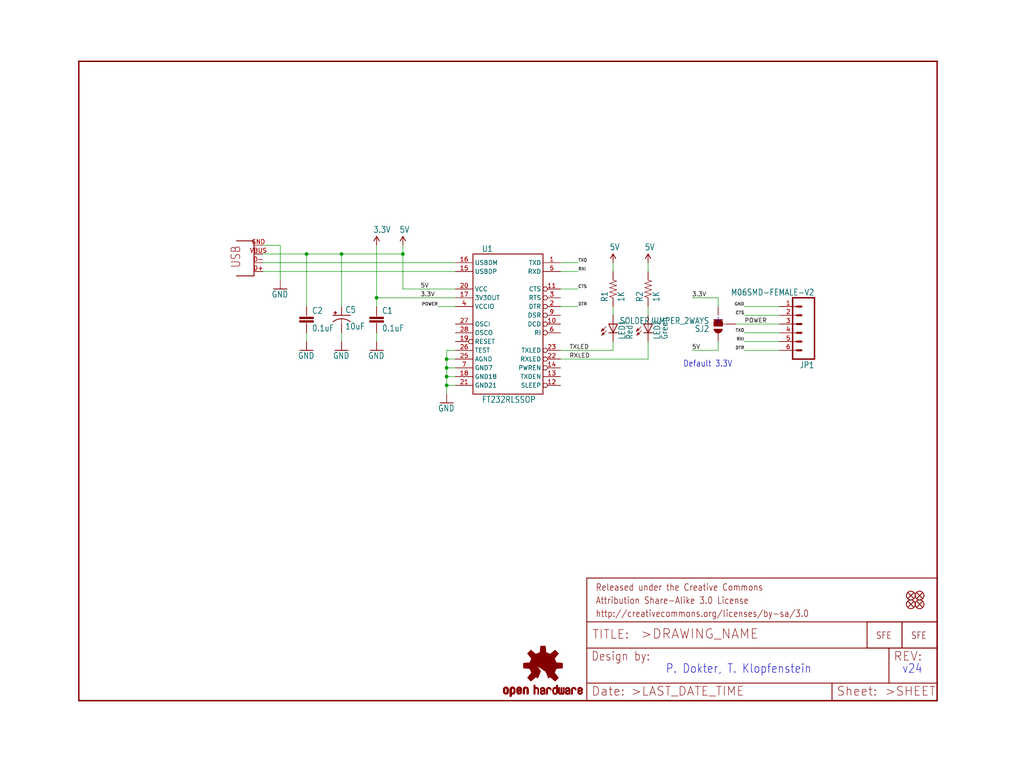
<source format=kicad_sch>
(kicad_sch (version 20211123) (generator eeschema)
  (paper "User" 297.002 223.926)
  (lib_symbols
    (symbol "schematicEagle-eagle-import:5V" (power)
      (property "Value" "5V" (at -1.016 3.556 0))
      (symbol "5V_1_0"
        (pin power_in line (at 0 0 90) (length 2.54) (name "5V") (number "1"))
      )
    )
    (symbol "schematicEagle-eagle-import:CAP0603-CAP"
      (property "Reference" "C" (at 1.524 2.921 0))
      (property "Value" "CAP0603-CAP" (at 1.524 -2.159 0))
      (symbol "CAP0603-CAP_1_0"
        (pin passive line (at 0 5.08 270) (length 2.54) (name "1") (number "1"))
        (pin passive line (at 0 -2.54 90) (length 2.54) (name "2") (number "2"))
      )
    )
    (symbol "schematicEagle-eagle-import:CAP_POL1206"
      (property "Reference" "C" (at 1.016 0.635 0))
      (property "Value" "CAP_POL1206" (at 1.016 -4.191 0))
      (symbol "CAP_POL1206_1_0"
        (pin passive line (at 0 2.54 270) (length 2.54) (name "+") (number "A"))
        (pin passive line (at 0 -5.08 90) (length 2.54) (name "-") (number "C"))
      )
    )
    (symbol "schematicEagle-eagle-import:FIDUCIAL1X2")
    (symbol "schematicEagle-eagle-import:FRAME-LETTER"
      (symbol "FRAME-LETTER_2_0"
        (text ">DRAWING_NAME" (at 15.494 17.78 0) (effects (font (size 2.7432 2.7432)) (justify left bottom)))
        (text ">LAST_DATE_TIME" (at 12.7 1.27 0) (effects (font (size 2.54 2.54)) (justify left bottom)))
        (text ">SHEET" (at 86.36 1.27 0) (effects (font (size 2.54 2.54)) (justify left bottom)))
        (text "Attribution Share-Alike 3.0 License" (at 2.54 27.94 0) (effects (font (size 1.9304 1.6408)) (justify left bottom)))
        (text "Date:" (at 1.27 1.27 0) (effects (font (size 2.54 2.54)) (justify left bottom)))
        (text "Design by:" (at 1.27 11.43 0) (effects (font (size 2.54 2.159)) (justify left bottom)))
        (text "http://creativecommons.org/licenses/by-sa/3.0" (at 2.54 24.13 0) (effects (font (size 1.9304 1.6408)) (justify left bottom)))
        (text "Released under the Creative Commons" (at 2.54 31.75 0) (effects (font (size 1.9304 1.6408)) (justify left bottom)))
        (text "REV:" (at 88.9 11.43 0) (effects (font (size 2.54 2.54)) (justify left bottom)))
        (text "Sheet:" (at 72.39 1.27 0) (effects (font (size 2.54 2.54)) (justify left bottom)))
        (text "TITLE:" (at 1.524 17.78 0) (effects (font (size 2.54 2.54)) (justify left bottom)))
      )
    )
    (symbol "schematicEagle-eagle-import:FT232RLSSOP"
      (property "Reference" "IC" (at -7.62 20.828 0))
      (property "Value" "FT232RLSSOP" (at -7.62 -22.86 0))
      (symbol "FT232RLSSOP_1_0"
        (pin output line (at 15.24 17.78 180) (length 5.08) (name "TXD") (number "1"))
        (pin input inverted (at 15.24 0 180) (length 5.08) (name "DCD") (number "10"))
        (pin input inverted (at 15.24 10.16 180) (length 5.08) (name "CTS") (number "11"))
        (pin input inverted (at 15.24 -17.78 180) (length 5.08) (name "SLEEP") (number "12"))
        (pin input line (at 15.24 -15.24 180) (length 5.08) (name "TXDEN") (number "13"))
        (pin input inverted (at 15.24 -12.7 180) (length 5.08) (name "PWREN") (number "14"))
        (pin bidirectional line (at -15.24 15.24 0) (length 5.08) (name "USBDP") (number "15"))
        (pin bidirectional line (at -15.24 17.78 0) (length 5.08) (name "USBDM") (number "16"))
        (pin output line (at -15.24 7.62 0) (length 5.08) (name "3V3OUT") (number "17"))
        (pin power_in line (at -15.24 -15.24 0) (length 5.08) (name "GND18") (number "18"))
        (pin input inverted (at -15.24 -5.08 0) (length 5.08) (name "RESET") (number "19"))
        (pin output inverted (at 15.24 5.08 180) (length 5.08) (name "DTR") (number "2"))
        (pin power_in line (at -15.24 10.16 0) (length 5.08) (name "VCC") (number "20"))
        (pin power_in line (at -15.24 -17.78 0) (length 5.08) (name "GND21") (number "21"))
        (pin input inverted (at 15.24 -10.16 180) (length 5.08) (name "RXLED") (number "22"))
        (pin input inverted (at 15.24 -7.62 180) (length 5.08) (name "TXLED") (number "23"))
        (pin power_in line (at -15.24 -10.16 0) (length 5.08) (name "AGND") (number "25"))
        (pin input line (at -15.24 -7.62 0) (length 5.08) (name "TEST") (number "26"))
        (pin input line (at -15.24 0 0) (length 5.08) (name "OSCI") (number "27"))
        (pin output line (at -15.24 -2.54 0) (length 5.08) (name "OSCO") (number "28"))
        (pin output inverted (at 15.24 7.62 180) (length 5.08) (name "RTS") (number "3"))
        (pin power_in line (at -15.24 5.08 0) (length 5.08) (name "VCCIO") (number "4"))
        (pin input line (at 15.24 15.24 180) (length 5.08) (name "RXD") (number "5"))
        (pin input inverted (at 15.24 -2.54 180) (length 5.08) (name "RI") (number "6"))
        (pin power_in line (at -15.24 -12.7 0) (length 5.08) (name "GND7") (number "7"))
        (pin input inverted (at 15.24 2.54 180) (length 5.08) (name "DSR") (number "9"))
      )
    )
    (symbol "schematicEagle-eagle-import:GND" (power)
      (property "Value" "GND" (at -2.54 -2.54 0))
      (symbol "GND_1_0"
        (pin power_in line (at 0 2.54 270) (length 2.54) (name "GND") (number "1"))
      )
    )
    (symbol "schematicEagle-eagle-import:LED0603"
      (property "Reference" "LED" (at 3.556 -4.572 90))
      (property "Value" "LED0603" (at 5.715 -4.572 90))
      (symbol "LED0603_1_0"
        (pin passive line (at 0 2.54 270) (length 2.54) (name "A") (number "A"))
        (pin passive line (at 0 -5.08 90) (length 2.54) (name "C") (number "C"))
      )
    )
    (symbol "schematicEagle-eagle-import:LOGO-SFENW2"
      (symbol "LOGO-SFENW2_1_0"
        (text "SFE" (at 0 0 0) (effects (font (size 1.9304 1.6408)) (justify left bottom)))
      )
    )
    (symbol "schematicEagle-eagle-import:LOGO-SFESK"
      (symbol "LOGO-SFESK_1_0"
        (text "SFE" (at 0 0 0) (effects (font (size 1.9304 1.6408)) (justify left bottom)))
      )
    )
    (symbol "schematicEagle-eagle-import:M06SMD-FEMALE-V2"
      (property "Reference" "JP" (at -5.08 10.922 0))
      (property "Value" "M06SMD-FEMALE-V2" (at -5.08 -10.16 0))
      (symbol "M06SMD-FEMALE-V2_1_0"
        (pin passive line (at 5.08 -5.08 180) (length 5.08) (name "1") (number "1"))
        (pin passive line (at 5.08 -2.54 180) (length 5.08) (name "2") (number "2"))
        (pin passive line (at 5.08 0 180) (length 5.08) (name "3") (number "3"))
        (pin passive line (at 5.08 2.54 180) (length 5.08) (name "4") (number "4"))
        (pin passive line (at 5.08 5.08 180) (length 5.08) (name "5") (number "5"))
        (pin passive line (at 5.08 7.62 180) (length 5.08) (name "6") (number "6"))
      )
    )
    (symbol "schematicEagle-eagle-import:OSHW-LOGOS")
    (symbol "schematicEagle-eagle-import:RESISTOR0603-RES"
      (property "Reference" "R" (at -3.81 1.4986 0))
      (property "Value" "RESISTOR0603-RES" (at -3.81 -3.302 0))
      (symbol "RESISTOR0603-RES_1_0"
        (pin passive line (at -5.08 0 0) (length 2.54) (name "1") (number "1"))
        (pin passive line (at 5.08 0 180) (length 2.54) (name "2") (number "2"))
      )
    )
    (symbol "schematicEagle-eagle-import:SOLDERJUMPER_2WAYS"
      (property "Reference" "SJ" (at 2.54 0.381 0))
      (property "Value" "SOLDERJUMPER_2WAYS" (at 2.54 -1.905 0))
      (symbol "SOLDERJUMPER_2WAYS_1_0"
        (pin passive line (at 0 5.08 270) (length 2.54) (name "1") (number "1"))
        (pin passive line (at -5.08 0 0) (length 2.54) (name "2") (number "2"))
        (pin passive line (at 0 -5.08 90) (length 2.54) (name "3") (number "3"))
      )
    )
    (symbol "schematicEagle-eagle-import:USB-SMD-NS"
      (symbol "USB-SMD-NS_1_0"
        (text "USB" (at 3.81 0 900) (effects (font (size 2.54 2.159)) (justify left bottom)))
        (pin bidirectional line (at -2.54 7.62 0) (length 2.54) (name "D+") (number "D+"))
        (pin bidirectional line (at -2.54 5.08 0) (length 2.54) (name "D-") (number "D-"))
        (pin bidirectional line (at -2.54 0 0) (length 2.54) (name "GND") (number "GND"))
        (pin bidirectional line (at -2.54 2.54 0) (length 2.54) (name "VBUS") (number "VBUS"))
      )
    )
    (symbol "schematicEagle-eagle-import:VCC" (power)
      (property "Value" "VCC" (at -1.016 3.556 0))
      (symbol "VCC_1_0"
        (pin power_in line (at 0 0 90) (length 2.54) (name "VCC") (number "1"))
      )
    )
  )
  (junction (at 88.9 73.66))
  (junction (at 129.54 106.68))
  (junction (at 129.54 109.22))
  (junction (at 129.54 104.14))
  (junction (at 116.84 73.66))
  (junction (at 99.06 73.66))
  (junction (at 129.54 111.76))
  (junction (at 109.22 86.36))
  (wire (pts (xy 109.22 86.36) (xy 109.22 88.9)))
  (wire (pts (xy 81.28 71.12) (xy 81.28 81.28)))
  (wire (pts (xy 129.54 106.68) (xy 132.08 106.68)))
  (wire (pts (xy 116.84 73.66) (xy 116.84 83.82)))
  (wire (pts (xy 208.28 101.6) (xy 200.66 101.6)))
  (wire (pts (xy 132.08 101.6) (xy 129.54 101.6)))
  (wire (pts (xy 132.08 76.2) (xy 76.2 76.2)))
  (wire (pts (xy 226.06 99.06) (xy 215.9 99.06)))
  (wire (pts (xy 132.08 78.74) (xy 76.2 78.74)))
  (wire (pts (xy 162.56 101.6) (xy 177.8 101.6)))
  (wire (pts (xy 129.54 104.14) (xy 129.54 106.68)))
  (wire (pts (xy 162.56 104.14) (xy 187.96 104.14)))
  (wire (pts (xy 187.96 88.9) (xy 187.96 91.44)))
  (wire (pts (xy 132.08 111.76) (xy 129.54 111.76)))
  (wire (pts (xy 187.96 104.14) (xy 187.96 99.06)))
  (wire (pts (xy 99.06 73.66) (xy 116.84 73.66)))
  (wire (pts (xy 187.96 76.2) (xy 187.96 78.74)))
  (wire (pts (xy 129.54 101.6) (xy 129.54 104.14)))
  (wire (pts (xy 88.9 96.52) (xy 88.9 99.06)))
  (wire (pts (xy 162.56 88.9) (xy 167.64 88.9)))
  (wire (pts (xy 99.06 99.06) (xy 99.06 96.52)))
  (wire (pts (xy 208.28 99.06) (xy 208.28 101.6)))
  (wire (pts (xy 129.54 104.14) (xy 132.08 104.14)))
  (wire (pts (xy 177.8 88.9) (xy 177.8 91.44)))
  (wire (pts (xy 162.56 76.2) (xy 167.64 76.2)))
  (wire (pts (xy 76.2 73.66) (xy 88.9 73.66)))
  (wire (pts (xy 177.8 76.2) (xy 177.8 78.74)))
  (wire (pts (xy 127 88.9) (xy 132.08 88.9)))
  (wire (pts (xy 226.06 93.98) (xy 213.36 93.98)))
  (polyline (pts (xy 208.28 91.948) (xy 208.28 93.98)))
  (wire (pts (xy 129.54 111.76) (xy 129.54 109.22)))
  (wire (pts (xy 208.28 86.36) (xy 200.66 86.36)))
  (wire (pts (xy 226.06 88.9) (xy 215.9 88.9)))
  (wire (pts (xy 226.06 91.44) (xy 215.9 91.44)))
  (wire (pts (xy 226.06 101.6) (xy 215.9 101.6)))
  (wire (pts (xy 99.06 88.9) (xy 99.06 73.66)))
  (wire (pts (xy 88.9 88.9) (xy 88.9 73.66)))
  (wire (pts (xy 109.22 71.12) (xy 109.22 86.36)))
  (wire (pts (xy 162.56 83.82) (xy 167.64 83.82)))
  (wire (pts (xy 76.2 71.12) (xy 81.28 71.12)))
  (wire (pts (xy 132.08 109.22) (xy 129.54 109.22)))
  (wire (pts (xy 129.54 109.22) (xy 129.54 106.68)))
  (wire (pts (xy 88.9 73.66) (xy 99.06 73.66)))
  (wire (pts (xy 116.84 83.82) (xy 132.08 83.82)))
  (wire (pts (xy 109.22 96.52) (xy 109.22 99.06)))
  (wire (pts (xy 132.08 86.36) (xy 109.22 86.36)))
  (wire (pts (xy 129.54 114.3) (xy 129.54 111.76)))
  (wire (pts (xy 116.84 71.12) (xy 116.84 73.66)))
  (wire (pts (xy 226.06 96.52) (xy 215.9 96.52)))
  (wire (pts (xy 177.8 101.6) (xy 177.8 99.06)))
  (wire (pts (xy 162.56 78.74) (xy 167.64 78.74)))
  (wire (pts (xy 208.28 88.9) (xy 208.28 86.36)))
  (text "P. Dokter, T. Klopfenstein" (at 193.04 195.58 180) (effects (font (size 2.54 2.159)) (justify left bottom)))
  (text "v24" (at 261.62 195.58 180) (effects (font (size 2.54 2.159)) (justify left bottom)))
  (text "Default 3.3V" (at 198.12 106.68 180) (effects (font (size 1.778 1.5113)) (justify left bottom)))
  (label "TXO" (at 215.9 96.52 180) (effects (font (size 0.889 0.889))))
  (label "5V" (at 121.92 83.82 0) (effects (font (size 1.2446 1.2446))))
  (label "POWER" (at 127 88.9 180) (effects (font (size 0.889 0.889))))
  (label "3.3V" (at 121.92 86.36 0) (effects (font (size 1.2446 1.2446))))
  (label "CTS" (at 215.9 91.44 180) (effects (font (size 0.889 0.889))))
  (label "TXO" (at 167.64 76.2 0) (effects (font (size 0.889 0.889))))
  (label "5V" (at 200.66 101.6 0) (effects (font (size 1.2446 1.2446))))
  (label "TXLED" (at 165.1 101.6 0) (effects (font (size 1.2446 1.2446))))
  (label "GND" (at 215.9 88.9 180) (effects (font (size 0.889 0.889))))
  (label "3.3V" (at 200.66 86.36 0) (effects (font (size 1.2446 1.2446))))
  (label "POWER" (at 215.9 93.98 0) (effects (font (size 1.2446 1.2446))))
  (label "CTS" (at 167.64 83.82 0) (effects (font (size 0.889 0.889))))
  (label "RXI" (at 215.9 99.06 180) (effects (font (size 0.889 0.889))))
  (label "RXLED" (at 165.1 104.14 0) (effects (font (size 1.2446 1.2446))))
  (label "DTR" (at 215.9 101.6 180) (effects (font (size 0.889 0.889))))
  (label "RXI" (at 167.64 78.74 0) (effects (font (size 0.889 0.889))))
  (label "DTR" (at 167.64 88.9 0) (effects (font (size 0.889 0.889))))
  (symbol (lib_id "schematicEagle-eagle-import:FRAME-LETTER") (at 170.18 203.2 0) (unit 2)
    (property "Reference" "FRAME1" (effects hide))
    (property "Value" "FRAME-LETTER" (effects hide))
    (property "Footprint" "schematicEagle:CREATIVE_COMMONS" (effects hide))
  )
  (symbol (lib_id "schematicEagle-eagle-import:RESISTOR0603-RES") (at 187.96 83.82 90) (unit 1)
    (property "Reference" "R2" (at 186.4614 87.63 0) (effects (font (size 1.778 1.5113)) (justify left bottom)))
    (property "Value" "1K" (at 191.262 87.63 0) (effects (font (size 1.778 1.5113)) (justify left bottom)))
    (property "Footprint" "schematicEagle:0603-RES" (effects hide))
  )
  (symbol (lib_id "schematicEagle-eagle-import:FT232RLSSOP") (at 147.32 93.98 0) (unit 1)
    (property "Reference" "U1" (at 139.7 73.152 0) (effects (font (size 1.778 1.5113)) (justify left bottom)))
    (property "Value" "FT232RLSSOP" (at 139.7 116.84 0) (effects (font (size 1.778 1.5113)) (justify left bottom)))
    (property "Footprint" "schematicEagle:SSOP28DB" (effects hide))
  )
  (symbol (lib_id "schematicEagle-eagle-import:OSHW-LOGOS") (at 157.48 193.04 0) (unit 1)
    (property "Reference" "LOGO1" (effects hide))
    (property "Value" "OSHW-LOGOS" (effects hide))
    (property "Footprint" "schematicEagle:OSHW-LOGO-S" (effects hide))
  )
  (symbol (lib_id "schematicEagle-eagle-import:CAP0603-CAP") (at 109.22 93.98 0) (unit 1)
    (property "Reference" "C1" (at 110.744 91.059 0) (effects (font (size 1.778 1.5113)) (justify left bottom)))
    (property "Value" "0.1uF" (at 110.744 96.139 0) (effects (font (size 1.778 1.5113)) (justify left bottom)))
    (property "Footprint" "schematicEagle:0603-CAP" (effects hide))
  )
  (symbol (lib_id "schematicEagle-eagle-import:LOGO-SFENW2") (at 264.16 185.42 0) (unit 1)
    (property "Reference" "U$2" (effects hide))
    (property "Value" "LOGO-SFENW2" (effects hide))
    (property "Footprint" "schematicEagle:SFE-NEW-WEB" (effects hide))
  )
  (symbol (lib_id "schematicEagle-eagle-import:FIDUCIAL1X2") (at 264.16 175.26 0) (unit 1)
    (property "Reference" "JP5" (effects hide))
    (property "Value" "FIDUCIAL1X2" (effects hide))
    (property "Footprint" "schematicEagle:FIDUCIAL-1X2" (effects hide))
  )
  (symbol (lib_id "schematicEagle-eagle-import:GND") (at 88.9 101.6 0) (unit 1)
    (property "Reference" "#GND7" (effects hide))
    (property "Value" "GND" (at 86.36 104.14 0) (effects (font (size 1.778 1.5113)) (justify left bottom)))
    (property "Footprint" "schematicEagle:" (effects hide))
  )
  (symbol (lib_id "schematicEagle-eagle-import:GND") (at 99.06 101.6 0) (unit 1)
    (property "Reference" "#GND8" (effects hide))
    (property "Value" "GND" (at 96.52 104.14 0) (effects (font (size 1.778 1.5113)) (justify left bottom)))
    (property "Footprint" "schematicEagle:" (effects hide))
  )
  (symbol (lib_id "schematicEagle-eagle-import:RESISTOR0603-RES") (at 177.8 83.82 90) (unit 1)
    (property "Reference" "R1" (at 176.3014 87.63 0) (effects (font (size 1.778 1.5113)) (justify left bottom)))
    (property "Value" "1K" (at 181.102 87.63 0) (effects (font (size 1.778 1.5113)) (justify left bottom)))
    (property "Footprint" "schematicEagle:0603-RES" (effects hide))
  )
  (symbol (lib_id "schematicEagle-eagle-import:LOGO-SFESK") (at 254 185.42 0) (unit 1)
    (property "Reference" "JP2" (effects hide))
    (property "Value" "LOGO-SFESK" (effects hide))
    (property "Footprint" "schematicEagle:SFE-LOGO-FLAME" (effects hide))
  )
  (symbol (lib_id "schematicEagle-eagle-import:SOLDERJUMPER_2WAYS") (at 208.28 93.98 180) (unit 1)
    (property "Reference" "SJ2" (at 205.74 94.361 0) (effects (font (size 1.778 1.5113)) (justify left bottom)))
    (property "Value" "SOLDERJUMPER_2WAYS" (at 205.74 92.075 0) (effects (font (size 1.778 1.5113)) (justify left bottom)))
    (property "Footprint" "schematicEagle:SJ_3" (effects hide))
  )
  (symbol (lib_id "schematicEagle-eagle-import:FIDUCIAL1X2") (at 264.16 172.72 0) (unit 1)
    (property "Reference" "JP3" (effects hide))
    (property "Value" "FIDUCIAL1X2" (effects hide))
    (property "Footprint" "schematicEagle:FIDUCIAL-1X2" (effects hide))
  )
  (symbol (lib_id "schematicEagle-eagle-import:VCC") (at 109.22 71.12 0) (unit 1)
    (property "Reference" "#P+1" (effects hide))
    (property "Value" "3.3V" (at 108.204 67.564 0) (effects (font (size 1.778 1.5113)) (justify left bottom)))
    (property "Footprint" "schematicEagle:" (effects hide))
  )
  (symbol (lib_id "schematicEagle-eagle-import:5V") (at 177.8 76.2 0) (unit 1)
    (property "Reference" "#U$1" (effects hide))
    (property "Value" "5V" (at 176.784 72.644 0) (effects (font (size 1.778 1.5113)) (justify left bottom)))
    (property "Footprint" "schematicEagle:" (effects hide))
  )
  (symbol (lib_id "schematicEagle-eagle-import:FRAME-LETTER") (at 22.86 203.2 0) (unit 1)
    (property "Reference" "FRAME1" (effects hide))
    (property "Value" "FRAME-LETTER" (effects hide))
    (property "Footprint" "schematicEagle:CREATIVE_COMMONS" (effects hide))
  )
  (symbol (lib_id "schematicEagle-eagle-import:GND") (at 129.54 116.84 0) (unit 1)
    (property "Reference" "#GND2" (effects hide))
    (property "Value" "GND" (at 127 119.38 0) (effects (font (size 1.778 1.5113)) (justify left bottom)))
    (property "Footprint" "schematicEagle:" (effects hide))
  )
  (symbol (lib_id "schematicEagle-eagle-import:GND") (at 109.22 101.6 0) (unit 1)
    (property "Reference" "#GND1" (effects hide))
    (property "Value" "GND" (at 106.68 104.14 0) (effects (font (size 1.778 1.5113)) (justify left bottom)))
    (property "Footprint" "schematicEagle:" (effects hide))
  )
  (symbol (lib_id "schematicEagle-eagle-import:USB-SMD-NS") (at 73.66 71.12 180) (unit 1)
    (property "Reference" "X2" (effects hide))
    (property "Value" "USB-SMD-NS" (effects hide))
    (property "Footprint" "schematicEagle:USB-MINIB-NOSTOP" (effects hide))
  )
  (symbol (lib_id "schematicEagle-eagle-import:CAP_POL1206") (at 99.06 91.44 0) (unit 1)
    (property "Reference" "C5" (at 100.076 90.805 0) (effects (font (size 1.778 1.5113)) (justify left bottom)))
    (property "Value" "10uF" (at 100.076 95.631 0) (effects (font (size 1.778 1.5113)) (justify left bottom)))
    (property "Footprint" "schematicEagle:EIA3216" (effects hide))
  )
  (symbol (lib_id "schematicEagle-eagle-import:LED0603") (at 177.8 93.98 0) (unit 1)
    (property "Reference" "LED1" (at 181.356 98.552 90) (effects (font (size 1.778 1.5113)) (justify left bottom)))
    (property "Value" "Red" (at 183.515 98.552 90) (effects (font (size 1.778 1.5113)) (justify left bottom)))
    (property "Footprint" "schematicEagle:LED-0603" (effects hide))
  )
  (symbol (lib_id "schematicEagle-eagle-import:LED0603") (at 187.96 93.98 0) (unit 1)
    (property "Reference" "LED2" (at 191.516 98.552 90) (effects (font (size 1.778 1.5113)) (justify left bottom)))
    (property "Value" "Green" (at 193.675 98.552 90) (effects (font (size 1.778 1.5113)) (justify left bottom)))
    (property "Footprint" "schematicEagle:LED-0603" (effects hide))
  )
  (symbol (lib_id "schematicEagle-eagle-import:M06SMD-FEMALE-V2") (at 231.14 93.98 180) (unit 1)
    (property "Reference" "JP1" (at 236.22 104.902 0) (effects (font (size 1.778 1.5113)) (justify left bottom)))
    (property "Value" "M06SMD-FEMALE-V2" (at 236.22 83.82 0) (effects (font (size 1.778 1.5113)) (justify left bottom)))
    (property "Footprint" "schematicEagle:1X06-SMD-FEMALE-V2" (effects hide))
  )
  (symbol (lib_id "schematicEagle-eagle-import:CAP0603-CAP") (at 88.9 93.98 0) (unit 1)
    (property "Reference" "C2" (at 90.424 91.059 0) (effects (font (size 1.778 1.5113)) (justify left bottom)))
    (property "Value" "0.1uF" (at 90.424 96.139 0) (effects (font (size 1.778 1.5113)) (justify left bottom)))
    (property "Footprint" "schematicEagle:0603-CAP" (effects hide))
  )
  (symbol (lib_id "schematicEagle-eagle-import:FIDUCIAL1X2") (at 266.7 175.26 0) (unit 1)
    (property "Reference" "JP6" (effects hide))
    (property "Value" "FIDUCIAL1X2" (effects hide))
    (property "Footprint" "schematicEagle:FIDUCIAL-1X2" (effects hide))
  )
  (symbol (lib_id "schematicEagle-eagle-import:GND") (at 81.28 83.82 0) (unit 1)
    (property "Reference" "#GND5" (effects hide))
    (property "Value" "GND" (at 78.74 86.36 0) (effects (font (size 1.778 1.5113)) (justify left bottom)))
    (property "Footprint" "schematicEagle:" (effects hide))
  )
  (symbol (lib_id "schematicEagle-eagle-import:5V") (at 116.84 71.12 0) (unit 1)
    (property "Reference" "#U$3" (effects hide))
    (property "Value" "5V" (at 115.824 67.564 0) (effects (font (size 1.778 1.5113)) (justify left bottom)))
    (property "Footprint" "schematicEagle:" (effects hide))
  )
  (symbol (lib_id "schematicEagle-eagle-import:5V") (at 187.96 76.2 0) (unit 1)
    (property "Reference" "#U$4" (effects hide))
    (property "Value" "5V" (at 186.944 72.644 0) (effects (font (size 1.778 1.5113)) (justify left bottom)))
    (property "Footprint" "schematicEagle:" (effects hide))
  )
  (symbol (lib_id "schematicEagle-eagle-import:FIDUCIAL1X2") (at 266.7 172.72 0) (unit 1)
    (property "Reference" "JP4" (effects hide))
    (property "Value" "FIDUCIAL1X2" (effects hide))
    (property "Footprint" "schematicEagle:FIDUCIAL-1X2" (effects hide))
  )
)
</source>
